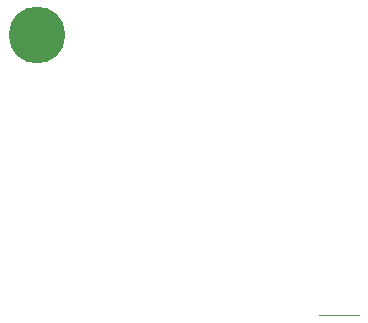
<source format=gbr>
G04 ===== Begin FILE IDENTIFICATION =====*
G04 File Format:  Gerber RS274X*
G04 ===== End FILE IDENTIFICATION =====*
%FSLAX24Y24*%
%MOIN*%
%SFA1.0B1.0*%
%OFA0.0B0.0*%
%ADD14C,0.000984*%
%ADD15C,0.189000*%
%LNhole*%
%IPPOS*%
%LPD*%
G75*
D14*
G01X20677Y-9323D02*
G01X19355D01*
D15*
X9945Y0D03*
Y0D03*
M02*


</source>
